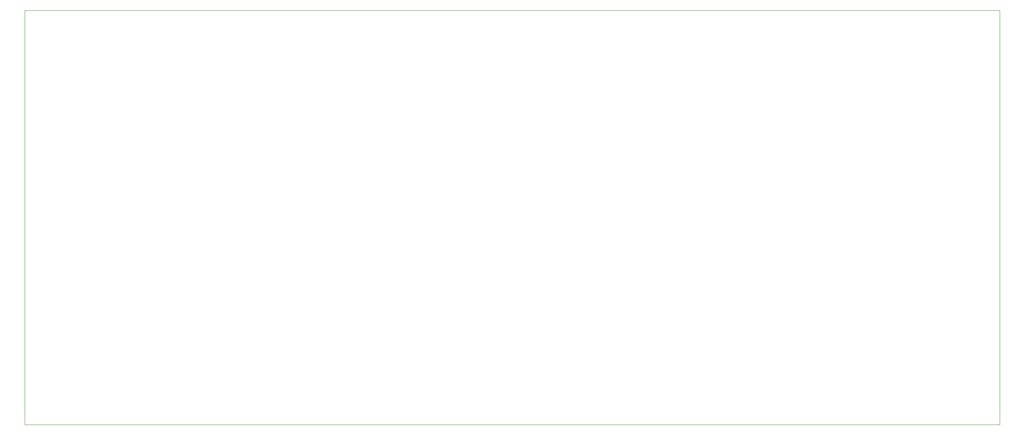
<source format=gbr>
%TF.GenerationSoftware,KiCad,Pcbnew,9.0.2*%
%TF.CreationDate,2025-07-24T10:59:42+01:00*%
%TF.ProjectId,ZX-81Keyboard_v1.1,5a582d38-314b-4657-9962-6f6172645f76,rev?*%
%TF.SameCoordinates,Original*%
%TF.FileFunction,Profile,NP*%
%FSLAX46Y46*%
G04 Gerber Fmt 4.6, Leading zero omitted, Abs format (unit mm)*
G04 Created by KiCad (PCBNEW 9.0.2) date 2025-07-24 10:59:42*
%MOMM*%
%LPD*%
G01*
G04 APERTURE LIST*
%TA.AperFunction,Profile*%
%ADD10C,0.050000*%
%TD*%
G04 APERTURE END LIST*
D10*
X240980000Y-26800000D02*
X240980000Y-117800000D01*
X26980000Y-26800000D02*
X240980000Y-26800000D01*
X26980000Y-117800000D02*
X240980000Y-117800000D01*
X26980000Y-26800000D02*
X26980000Y-117800000D01*
M02*

</source>
